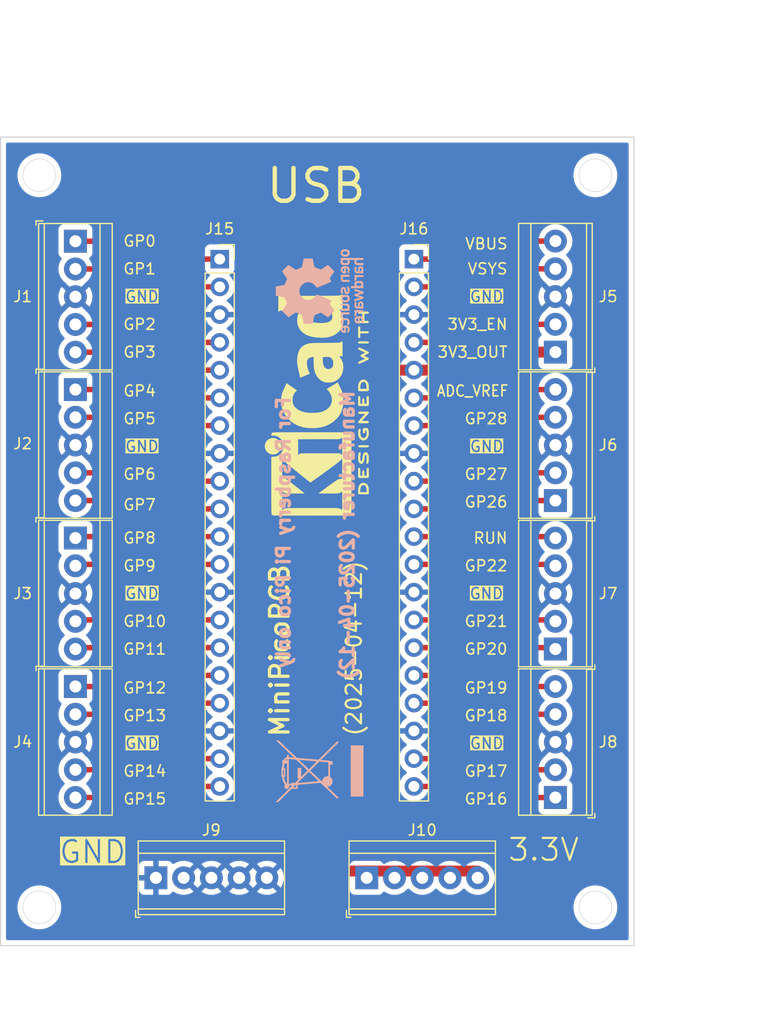
<source format=kicad_pcb>
(kicad_pcb (version 20240108) (generator "pcbnew") (generator_version "8.0")
  (title_block (title "MiniPicoPCB") (date "2025-04-12") (comment 1 "Update from the original project : https://github.com/Mick3DIY/EasyPicoPCB") (comment 3 "Simple PCB for the Raspberry Pi Pico with screw terminal headers") (comment 4 "AISLER Project ID: QUKOPFTZ"))
  (layers (0 "F.Cu" signal) (31 "B.Cu" signal) (34 "B.Paste" user) (35 "F.Paste" user) (36 "B.SilkS" user "B.Silkscreen") (37 "F.SilkS" user "F.Silkscreen") (38 "B.Mask" user) (39 "F.Mask" user) (44 "Edge.Cuts" user))
  (net 0 "")
  (net 1 "Net-(J1-Pin_1)")
  (net 2 "Net-(J1-Pin_2)")
  (net 3 "GND")
  (net 4 "Net-(J1-Pin_4)")
  (net 5 "Net-(J1-Pin_5)")
  (net 6 "Net-(J15-Pin_6)")
  (net 7 "Net-(J15-Pin_7)")
  (net 8 "Net-(J15-Pin_9)")
  (net 9 "Net-(J15-Pin_10)")
  (net 10 "Net-(J15-Pin_11)")
  (net 11 "Net-(J15-Pin_12)")
  (net 12 "Net-(J15-Pin_14)")
  (net 13 "Net-(J15-Pin_15)")
  (net 14 "Net-(J15-Pin_16)")
  (net 15 "Net-(J15-Pin_17)")
  (net 16 "Net-(J15-Pin_19)")
  (net 17 "Net-(J15-Pin_20)")
  (net 18 "+3.3V")
  (net 19 "Net-(J16-Pin_4)")
  (net 20 "Net-(J16-Pin_2)")
  (net 21 "Net-(J16-Pin_1)")
  (net 22 "Net-(J16-Pin_10)")
  (net 23 "Net-(J16-Pin_9)")
  (net 24 "Net-(J16-Pin_7)")
  (net 25 "Net-(J16-Pin_6)")
  (net 26 "Net-(J16-Pin_15)")
  (net 27 "Net-(J16-Pin_14)")
  (net 28 "Net-(J16-Pin_12)")
  (net 29 "Net-(J16-Pin_11)")
  (net 30 "Net-(J16-Pin_20)")
  (net 31 "Net-(J16-Pin_19)")
  (net 32 "Net-(J16-Pin_17)")
  (net 33 "Net-(J16-Pin_16)")
  (footprint "TerminalBlock_TE-Connectivity:TerminalBlock_TE_282834-5_1x05_P2.54mm_Horizontal" (layer "F.Cu") (at 161.544 112.649 90)
    (property "Reference" "J8")
    (property "Value" "Screw_Terminal_01x05" (hide yes))
  )
  (footprint "Connector_PinSocket_2.54mm:PinSocket_1x20_P2.54mm_Vertical" (layer "F.Cu") (at 148.59 63.373)
    (property "Reference" "J16")
    (property "Value" "Conn_01x20_Socket" (hide yes))
  )
  (footprint "TerminalBlock_TE-Connectivity:TerminalBlock_TE_282834-5_1x05_P2.54mm_Horizontal" (layer "F.Cu") (at 117.602 61.735 -90)
    (property "Reference" "J1")
    (property "Value" "Screw_Terminal_01x05" (hide yes))
  )
  (footprint "TerminalBlock_TE-Connectivity:TerminalBlock_TE_282834-5_1x05_P2.54mm_Horizontal" (layer "F.Cu") (at 144.272 120)
    (property "Reference" "J10")
    (property "Value" "Screw_Terminal_01x05" (hide yes))
  )
  (footprint "Connector_PinSocket_2.54mm:PinSocket_1x20_P2.54mm_Vertical" (layer "F.Cu") (at 130.81 63.373)
    (property "Reference" "J15")
    (property "Value" "Conn_01x20_Socket" (hide yes))
  )
  (footprint "TerminalBlock_TE-Connectivity:TerminalBlock_TE_282834-5_1x05_P2.54mm_Horizontal" (layer "F.Cu") (at 161.544 99.06 90)
    (property "Reference" "J7")
    (property "Value" "Screw_Terminal_01x05" (hide yes))
  )
  (footprint "TerminalBlock_TE-Connectivity:TerminalBlock_TE_282834-5_1x05_P2.54mm_Horizontal" (layer "F.Cu") (at 161.544 85.471 90)
    (property "Reference" "J6")
    (property "Value" "Screw_Terminal_01x05" (hide yes))
  )
  (footprint "Symbol:KiCad-Logo2_8mm_SilkScreen" (layer "F.Cu") (at 138.876424 76.717893 90)
    (property "Reference" "LogoKicad8" (hide yes))
    (property "Value" "KiCad-Logo2_8mm_SilkScreen" (hide yes))
  )
  (footprint "TerminalBlock_TE-Connectivity:TerminalBlock_TE_282834-5_1x05_P2.54mm_Horizontal" (layer "F.Cu") (at 124.968 120)
    (property "Reference" "J9")
    (property "Value" "Screw_Terminal_01x05" (hide yes))
  )
  (footprint "TerminalBlock_TE-Connectivity:TerminalBlock_TE_282834-5_1x05_P2.54mm_Horizontal" (layer "F.Cu") (at 117.602 75.311 -90)
    (property "Reference" "J2")
    (property "Value" "Screw_Terminal_01x05" (hide yes))
  )
  (footprint "TerminalBlock_TE-Connectivity:TerminalBlock_TE_282834-5_1x05_P2.54mm_Horizontal" (layer "F.Cu") (at 161.544 71.882 90)
    (property "Reference" "J5")
    (property "Value" "Screw_Terminal_01x05" (hide yes))
  )
  (footprint "TerminalBlock_TE-Connectivity:TerminalBlock_TE_282834-5_1x05_P2.54mm_Horizontal" (layer "F.Cu") (at 117.602 88.9 -90)
    (property "Reference" "J3")
    (property "Value" "Screw_Terminal_01x05" (hide yes))
  )
  (footprint "TerminalBlock_TE-Connectivity:TerminalBlock_TE_282834-5_1x05_P2.54mm_Horizontal" (layer "F.Cu") (at 117.602 102.489 -90)
    (property "Reference" "J4")
    (property "Value" "Screw_Terminal_01x05" (hide yes))
  )
  (footprint "Symbol:WEEE-Logo_5.6x8mm_SilkScreen" (layer "B.Cu") (at 139.954 110.236 -90)
    (property "Reference" "REFTRASH" (hide yes))
    (property "Value" "WEEE-Logo_5.6x8mm_SilkScreen" (hide yes))
  )
  (footprint "Symbol:OSHW-Logo_7.5x8mm_SilkScreen" (layer "B.Cu") (at 139.954 66.294 -90)
    (property "Reference" "REFOSW" (hide yes))
    (property "Value" "OSHW-Logo_7.5x8mm_SilkScreen" (hide yes))
  )
  (gr_circle (center 165.2 122.7) (end 166.7 122.7) (stroke (width 0.05)) (fill none) (layer "Edge.Cuts"))
  (gr_circle (center 114.3 55.7) (end 115.8 55.7) (stroke (width 0.05)) (fill none) (layer "Edge.Cuts"))
  (gr_rect (start 110.747 52.206) (end 168.747 126.206) (stroke (width 0.1)) (fill none) (layer "Edge.Cuts"))
  (gr_circle (center 114.3 122.7) (end 115.8 122.7) (stroke (width 0.05)) (fill none) (layer "Edge.Cuts"))
  (gr_circle (center 165.2 55.7) (end 166.7 55.7) (stroke (width 0.05)) (fill none) (layer "Edge.Cuts"))
  (gr_text "For Raspberry Pi Pico only" (at 136.652 88.392 90) (layer "B.SilkS") (effects (font (size 1.2 1.2) (thickness 0.3)) (justify mirror)))
  (gr_text "Manufacturer (2025-04-12)" (at 142.494 88.646 90) (layer "B.SilkS") (effects (font (size 1.2 1.2) (thickness 0.3)) (justify mirror)))
  (gr_text "GP4" (at 123.475809 75.438 0) (layer "F.SilkS") (effects (font (size 1 1))))
  (gr_text "MiniPicoPCB" (at 136.3 99.2 90) (layer "F.SilkS") (effects (font (size 1.7 1.7) (thickness 0.3))))
  (gr_text "GP22" (at 155.194 91.44 0) (layer "F.SilkS") (effects (font (size 1 1))))
  (gr_text "GND" (at 123.698 93.98 0) (layer "F.SilkS" knockout) (effects (font (size 1 1))))
  (gr_text "ADC_VREF" (at 153.955999 75.438 0) (layer "F.SilkS") (effects (font (size 1 0.9))))
  (gr_text "GP3" (at 123.475809 71.882 0) (layer "F.SilkS") (effects (font (size 1 1))))
  (gr_text "GP18" (at 155.194 105.156 0) (layer "F.SilkS") (effects (font (size 1 1))))
  (gr_text "GND" (at 155.254714 66.802 0) (layer "F.SilkS" knockout) (effects (font (size 1 1))))
  (gr_text "GND" (at 155.254714 107.696 0) (layer "F.SilkS" knockout) (effects (font (size 1 1))))
  (gr_text "GP19" (at 155.194 102.616 0) (layer "F.SilkS") (effects (font (size 1 1))))
  (gr_text "(2025-04-12)" (at 143.1 99 90) (layer "F.SilkS") (effects (font (size 1.4 1.4) (thickness 0.2))))
  (gr_text "GND" (at 116 118.8 0) (layer "F.SilkS" knockout) (effects (font (size 2 2) (thickness 0.2) (bold yes)) (justify left bottom)))
  (gr_text "GP5" (at 123.475809 77.978 0) (layer "F.SilkS") (effects (font (size 1 1))))
  (gr_text "GND" (at 155.225999 93.98 0) (layer "F.SilkS" knockout) (effects (font (size 1 1))))
  (gr_text "GP8" (at 123.475809 88.9 0) (layer "F.SilkS") (effects (font (size 1 1))))
  (gr_text "GP21" (at 155.194 96.52 0) (layer "F.SilkS") (effects (font (size 1 1))))
  (gr_text "GP14" (at 123.952 110.236 0) (layer "F.SilkS") (effects (font (size 1 1))))
  (gr_text "GP15" (at 123.952 112.776 0) (layer "F.SilkS") (effects (font (size 1 1))))
  (gr_text "RUN" (at 155.598762 88.9 0) (layer "F.SilkS") (effects (font (size 1 1))))
  (gr_text "3V3_EN" (at 154.408285 69.342 0) (layer "F.SilkS") (effects (font (size 1 1))))
  (gr_text "GP20" (at 155.194 99.06 0) (layer "F.SilkS") (effects (font (size 1 1))))
  (gr_text "GP10" (at 123.952 96.52 0) (layer "F.SilkS") (effects (font (size 1 1))))
  (gr_text "3.3V" (at 157.1 118.6 0) (layer "F.SilkS") (effects (font (size 2 2) (thickness 0.2) (bold yes)) (justify left bottom)))
  (gr_text "GP1" (at 123.475809 64.262 0) (layer "F.SilkS") (effects (font (size 1 1))))
  (gr_text "GND" (at 123.698 66.802 0) (layer "F.SilkS" knockout) (effects (font (size 1 1))))
  (gr_text "GP9" (at 123.475809 91.44 0) (layer "F.SilkS") (effects (font (size 1 1))))
  (gr_text "GP2" (at 123.475809 69.342 0) (layer "F.SilkS") (effects (font (size 1 1))))
  (gr_text "GP0" (at 123.475809 61.722 0) (layer "F.SilkS") (effects (font (size 1 1))))
  (gr_text "VSYS" (at 155.336857 64.262 0) (layer "F.SilkS") (effects (font (size 1 1))))
  (gr_text "GP7" (at 123.475809 85.852 0) (layer "F.SilkS") (effects (font (size 1 1))))
  (gr_text "GP16" (at 155.194 112.776 0) (layer "F.SilkS") (effects (font (size 1 1))))
  (gr_text "GND" (at 123.698 107.696 0) (layer "F.SilkS" knockout) (effects (font (size 1 1))))
  (gr_text "GP17" (at 155.194 110.236 0) (layer "F.SilkS") (effects (font (size 1 1))))
  (gr_text "GP6" (at 123.475809 83.058 0) (layer "F.SilkS") (effects (font (size 1 1))))
  (gr_text "GND" (at 155.254714 80.518 0) (layer "F.SilkS" knockout) (effects (font (size 1 1))))
  (gr_text "GP12" (at 123.952 102.616 0) (layer "F.SilkS") (effects (font (size 1 1))))
  (gr_text "GP26" (at 155.194 85.598 0) (layer "F.SilkS") (effects (font (size 1 1))))
  (gr_text "USB" (at 134.874 58.42 0) (layer "F.SilkS") (effects (font (size 3 3) (thickness 0.4) (bold yes)) (justify left bottom)))
  (gr_text "GP11" (at 123.952 99.06 0) (layer "F.SilkS") (effects (font (size 1 1))))
  (gr_text "VBUS" (at 155.225999 61.976 0) (layer "F.SilkS") (effects (font (size 1 1))))
  (gr_text "3V3_OUT" (at 153.955904 71.882 0) (layer "F.SilkS") (effects (font (size 1 1))))
  (gr_text "GND" (at 123.698 80.518 0) (layer "F.SilkS" knockout) (effects (font (size 1 1))))
  (gr_text "GP28" (at 155.194 77.978 0) (layer "F.SilkS") (effects (font (size 1 1))))
  (gr_text "GP27" (at 155.194 83.058 0) (layer "F.SilkS") (effects (font (size 1 1))))
  (gr_text "GP13" (at 123.952 105.156 0) (layer "F.SilkS") (effects (font (size 1 1))))
  (segment (start 130.81 63.373) (end 126.111 63.373) (width 0.5) (layer "F.Cu") (net 1))
  (segment (start 126.111 63.373) (end 124.473 61.735) (width 0.5) (layer "F.Cu") (net 1))
  (segment (start 124.473 61.735) (end 117.602 61.735) (width 0.5) (layer "F.Cu") (net 1))
  (segment (start 124.346 64.275) (end 117.602 64.275) (width 0.5) (layer "F.Cu") (net 2))
  (segment (start 130.81 65.913) (end 125.984 65.913) (width 0.5) (layer "F.Cu") (net 2))
  (segment (start 125.984 65.913) (end 124.346 64.275) (width 0.5) (layer "F.Cu") (net 2))
  (segment (start 124.219 69.355) (end 117.602 69.355) (width 0.5) (layer "F.Cu") (net 4))
  (segment (start 130.81 70.993) (end 125.857 70.993) (width 0.5) (layer "F.Cu") (net 4))
  (segment (start 125.857 70.993) (end 124.219 69.355) (width 0.5) (layer "F.Cu") (net 4))
  (segment (start 124.092 71.895) (end 117.602 71.895) (width 0.5) (layer "F.Cu") (net 5))
  (segment (start 125.73 73.533) (end 124.092 71.895) (width 0.5) (layer "F.Cu") (net 5))
  (segment (start 130.81 73.533) (end 125.73 73.533) (width 0.5) (layer "F.Cu") (net 5))
  (segment (start 124.841 75.311) (end 117.602 75.311) (width 0.5) (layer "F.Cu") (net 6))
  (segment (start 130.81 76.073) (end 125.603 76.073) (width 0.5) (layer "F.Cu") (net 6))
  (segment (start 125.603 76.073) (end 124.841 75.311) (width 0.5) (layer "F.Cu") (net 6))
  (segment (start 124.968 77.851) (end 117.602 77.851) (width 0.5) (layer "F.Cu") (net 7))
  (segment (start 130.81 78.613) (end 125.73 78.613) (width 0.5) (layer "F.Cu") (net 7))
  (segment (start 125.73 78.613) (end 124.968 77.851) (width 0.5) (layer "F.Cu") (net 7))
  (segment (start 130.81 83.693) (end 125.73 83.693) (width 0.5) (layer "F.Cu") (net 8))
  (segment (start 124.968 82.931) (end 117.602 82.931) (width 0.5) (layer "F.Cu") (net 8))
  (segment (start 125.73 83.693) (end 124.968 82.931) (width 0.5) (layer "F.Cu") (net 8))
  (segment (start 125.73 86.233) (end 124.968 85.471) (width 0.5) (layer "F.Cu") (net 9))
  (segment (start 124.968 85.471) (end 117.602 85.471) (width 0.5) (layer "F.Cu") (net 9))
  (segment (start 130.81 86.233) (end 125.73 86.233) (width 0.5) (layer "F.Cu") (net 9))
  (segment (start 117.729 88.773) (end 117.602 88.9) (width 0.5) (layer "F.Cu") (net 10))
  (segment (start 130.81 88.773) (end 117.729 88.773) (width 0.5) (layer "F.Cu") (net 10))
  (segment (start 130.81 91.313) (end 117.729 91.313) (width 0.5) (layer "F.Cu") (net 11))
  (segment (start 117.729 91.313) (end 117.602 91.44) (width 0.5) (layer "F.Cu") (net 11))
  (segment (start 117.729 96.393) (end 117.602 96.52) (width 0.5) (layer "F.Cu") (net 12))
  (segment (start 130.81 96.393) (end 117.729 96.393) (width 0.5) (layer "F.Cu") (net 12))
  (segment (start 117.729 98.933) (end 117.602 99.06) (width 0.5) (layer "F.Cu") (net 13))
  (segment (start 130.81 98.933) (end 117.729 98.933) (width 0.5) (layer "F.Cu") (net 13))
  (segment (start 124.714 102.489) (end 117.602 102.489) (width 0.5) (layer "F.Cu") (net 14))
  (segment (start 125.73 101.473) (end 124.714 102.489) (width 0.5) (layer "F.Cu") (net 14))
  (segment (start 130.81 101.473) (end 125.73 101.473) (width 0.5) (layer "F.Cu") (net 14))
  (segment (start 125.984 104.013) (end 124.968 105.029) (width 0.5) (layer "F.Cu") (net 15))
  (segment (start 124.968 105.029) (end 117.602 105.029) (width 0.5) (layer "F.Cu") (net 15))
  (segment (start 130.81 104.013) (end 125.984 104.013) (width 0.5) (layer "F.Cu") (net 15))
  (segment (start 130.81 109.093) (end 126.238 109.093) (width 0.5) (layer "F.Cu") (net 16))
  (segment (start 126.238 109.093) (end 125.222 110.109) (width 0.5) (layer "F.Cu") (net 16))
  (segment (start 125.222 110.109) (end 117.602 110.109) (width 0.5) (layer "F.Cu") (net 16))
  (segment (start 130.81 111.633) (end 125.984 111.633) (width 0.5) (layer "F.Cu") (net 17))
  (segment (start 124.968 112.649) (end 117.602 112.649) (width 0.5) (layer "F.Cu") (net 17))
  (segment (start 125.984 111.633) (end 124.968 112.649) (width 0.5) (layer "F.Cu") (net 17))
  (segment (start 149.352 119.38) (end 151.892 119.38) (width 1) (layer "F.Cu") (net 18))
  (segment (start 155.448 71.882) (end 161.544 71.882) (width 1) (layer "F.Cu") (net 18))
  (segment (start 151.892 119.38) (end 154.432 119.38) (width 1) (layer "F.Cu") (net 18))
  (segment (start 139.7 117.856) (end 141.224 119.38) (width 1) (layer "F.Cu") (net 18))
  (segment (start 148.59 73.533) (end 140.843 73.533) (width 1) (layer "F.Cu") (net 18))
  (segment (start 139.7 74.676) (end 139.7 117.856) (width 1) (layer "F.Cu") (net 18))
  (segment (start 140.843 73.533) (end 139.7 74.676) (width 1) (layer "F.Cu") (net 18))
  (segment (start 144.272 119.38) (end 146.812 119.38) (width 1) (layer "F.Cu") (net 18))
  (segment (start 148.59 73.533) (end 153.797 73.533) (width 1) (layer "F.Cu") (net 18))
  (segment (start 153.797 73.533) (end 155.448 71.882) (width 1) (layer "F.Cu") (net 18))
  (segment (start 146.812 119.38) (end 149.352 119.38) (width 1) (layer "F.Cu") (net 18))
  (segment (start 141.224 119.38) (end 144.272 119.38) (width 1) (layer "F.Cu") (net 18))
  (segment (start 155.321 69.342) (end 161.544 69.342) (width 0.5) (layer "F.Cu") (net 19))
  (segment (start 148.59 70.993) (end 153.67 70.993) (width 0.5) (layer "F.Cu") (net 19))
  (segment (start 153.67 70.993) (end 155.321 69.342) (width 0.5) (layer "F.Cu") (net 19))
  (segment (start 148.59 65.913) (end 153.67 65.913) (width 0.5) (layer "F.Cu") (net 20))
  (segment (start 153.67 65.913) (end 155.321 64.262) (width 0.5) (layer "F.Cu") (net 20))
  (segment (start 155.321 64.262) (end 161.544 64.262) (width 0.5) (layer "F.Cu") (net 20))
  (segment (start 148.59 63.373) (end 153.67 63.373) (width 0.5) (layer "F.Cu") (net 21))
  (segment (start 153.67 63.373) (end 155.321 61.722) (width 0.5) (layer "F.Cu") (net 21))
  (segment (start 155.321 61.722) (end 161.544 61.722) (width 0.5) (layer "F.Cu") (net 21))
  (segment (start 154.432 85.471) (end 161.544 85.471) (width 0.5) (layer "F.Cu") (net 22))
  (segment (start 153.67 86.233) (end 154.432 85.471) (width 0.5) (layer "F.Cu") (net 22))
  (segment (start 148.59 86.233) (end 153.67 86.233) (width 0.5) (layer "F.Cu") (net 22))
  (segment (start 148.59 83.693) (end 153.67 83.693) (width 0.5) (layer "F.Cu") (net 23))
  (segment (start 154.432 82.931) (end 161.544 82.931) (width 0.5) (layer "F.Cu") (net 23))
  (segment (start 153.67 83.693) (end 154.432 82.931) (width 0.5) (layer "F.Cu") (net 23))
  (segment (start 153.67 78.613) (end 154.432 77.851) (width 0.5) (layer "F.Cu") (net 24))
  (segment (start 154.432 77.851) (end 161.544 77.851) (width 0.5) (layer "F.Cu") (net 24))
  (segment (start 148.59 78.613) (end 153.67 78.613) (width 0.5) (layer "F.Cu") (net 24))
  (segment (start 148.59 76.073) (end 153.67 76.073) (width 0.5) (layer "F.Cu") (net 25))
  (segment (start 153.67 76.073) (end 154.432 75.311) (width 0.5) (layer "F.Cu") (net 25))
  (segment (start 154.432 75.311) (end 161.544 75.311) (width 0.5) (layer "F.Cu") (net 25))
  (segment (start 148.59 98.933) (end 161.417 98.933) (width 0.5) (layer "F.Cu") (net 26))
  (segment (start 161.417 98.933) (end 161.544 99.06) (width 0.5) (layer "F.Cu") (net 26))
  (segment (start 161.417 96.393) (end 161.544 96.52) (width 0.5) (layer "F.Cu") (net 27))
  (segment (start 148.59 96.393) (end 161.417 96.393) (width 0.5) (layer "F.Cu") (net 27))
  (segment (start 161.417 91.313) (end 161.544 91.44) (width 0.5) (layer "F.Cu") (net 28))
  (segment (start 148.59 91.313) (end 161.417 91.313) (width 0.5) (layer "F.Cu") (net 28))
  (segment (start 161.417 88.773) (end 161.544 88.9) (width 0.5) (layer "F.Cu") (net 29))
  (segment (start 148.59 88.773) (end 161.417 88.773) (width 0.5) (layer "F.Cu") (net 29))
  (segment (start 153.67 111.633) (end 154.686 112.649) (width 0.5) (layer "F.Cu") (net 30))
  (segment (start 148.59 111.633) (end 153.67 111.633) (width 0.5) (layer "F.Cu") (net 30))
  (segment (start 154.686 112.649) (end 161.544 112.649) (width 0.5) (layer "F.Cu") (net 30))
  (segment (start 148.59 109.093) (end 153.67 109.093) (width 0.5) (layer "F.Cu") (net 31))
  (segment (start 154.686 110.109) (end 161.544 110.109) (width 0.5) (layer "F.Cu") (net 31))
  (segment (start 153.67 109.093) (end 154.686 110.109) (width 0.5) (layer "F.Cu") (net 31))
  (segment (start 154.813 105.029) (end 153.797 104.013) (width 0.5) (layer "F.Cu") (net 32))
  (segment (start 161.544 105.029) (end 154.813 105.029) (width 0.5) (layer "F.Cu") (net 32))
  (segment (start 153.797 104.013) (end 148.59 104.013) (width 0.5) (layer "F.Cu") (net 32))
  (segment (start 148.59 101.473) (end 153.67 101.473) (width 0.5) (layer "F.Cu") (net 33))
  (segment (start 154.686 102.489) (end 161.544 102.489) (width 0.5) (layer "F.Cu") (net 33))
  (segment (start 153.67 101.473) (end 154.686 102.489) (width 0.5) (layer "F.Cu") (net 33))
  (zone (net 3) (net_name "GND") (layer "B.Cu") (name "Ground fill") (connect_pads (clearance 0.5)) (min_thickness 0.3) (fill yes (thermal_gap 0.5) (thermal_bridge_width 0.5) (island_removal_mode 1) (island_area_min 10))
    (polygon (pts (xy 110.9 52.3) (xy 110.9 126.1) (xy 168.6 126.1) (xy 168.6 52.3)))
  )
)
</source>
